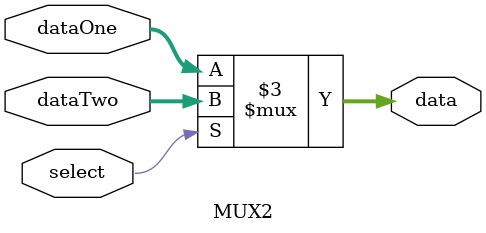
<source format=v>
module MUX2(
			select,
			dataOne,
			dataTwo,
			data
);
input 	wire [7:0] dataOne;
input 	wire [7:0] dataTwo;
output 	reg  [7:0] data;
input    wire select;

always@(*)
	if(select)
		data = dataTwo;
	else
		data = dataOne;
endmodule

</source>
